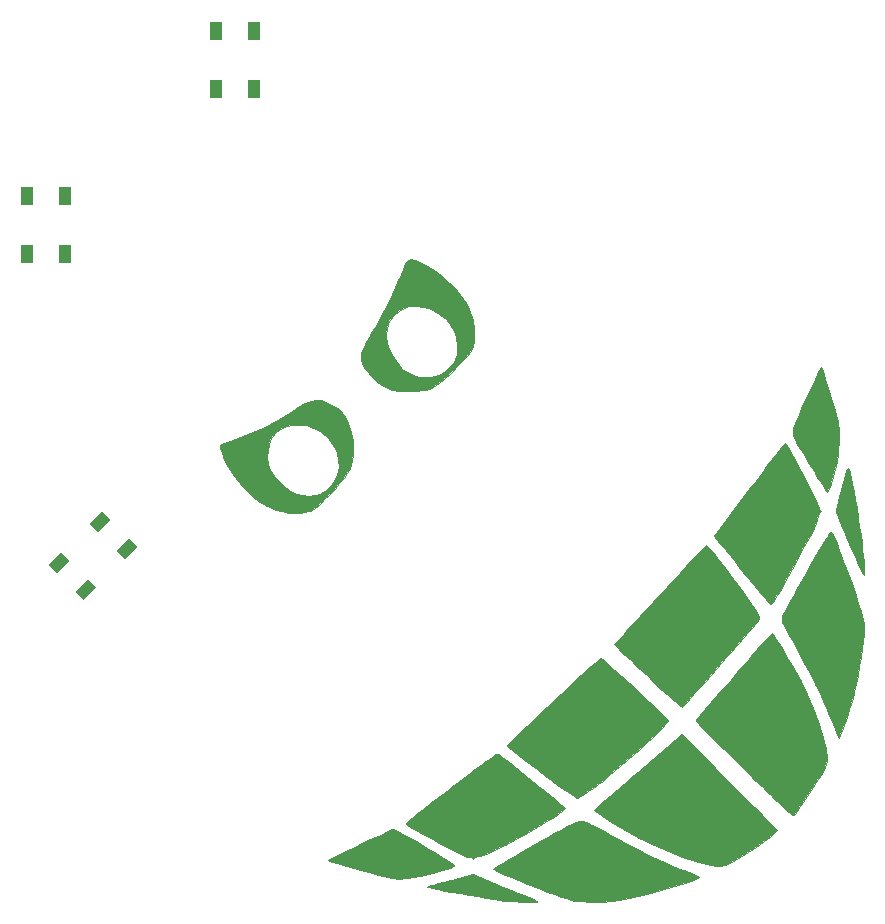
<source format=gbr>
G04 #@! TF.FileFunction,Paste,Top*
%FSLAX46Y46*%
G04 Gerber Fmt 4.6, Leading zero omitted, Abs format (unit mm)*
G04 Created by KiCad (PCBNEW 4.0.7) date 06/12/18 02:01:21*
%MOMM*%
%LPD*%
G01*
G04 APERTURE LIST*
%ADD10C,0.100000*%
%ADD11C,0.010000*%
%ADD12R,1.000000X1.500000*%
G04 APERTURE END LIST*
D10*
D11*
G36*
X47723391Y-85008006D02*
X48349765Y-85270428D01*
X48934078Y-85516826D01*
X49455813Y-85738425D01*
X49894454Y-85926449D01*
X50229483Y-86072124D01*
X50440383Y-86166675D01*
X50497334Y-86194408D01*
X50578955Y-86245889D01*
X50584294Y-86279993D01*
X50492223Y-86299954D01*
X50281614Y-86309012D01*
X49931339Y-86310403D01*
X49746000Y-86309530D01*
X49220990Y-86295296D01*
X48629505Y-86261925D01*
X48066193Y-86215345D01*
X47828773Y-86189452D01*
X47417039Y-86134195D01*
X46882134Y-86054347D01*
X46253635Y-85955028D01*
X45561117Y-85841360D01*
X44834154Y-85718462D01*
X44102322Y-85591457D01*
X43395197Y-85465465D01*
X42742353Y-85345608D01*
X42173366Y-85237005D01*
X41717811Y-85144779D01*
X41448667Y-85084730D01*
X41237000Y-85033759D01*
X41427114Y-84961084D01*
X41563138Y-84918354D01*
X41835913Y-84839996D01*
X42218437Y-84733499D01*
X42683709Y-84606351D01*
X43204729Y-84466043D01*
X43394505Y-84415413D01*
X45171781Y-83942416D01*
X47723391Y-85008006D01*
X47723391Y-85008006D01*
G37*
X47723391Y-85008006D02*
X48349765Y-85270428D01*
X48934078Y-85516826D01*
X49455813Y-85738425D01*
X49894454Y-85926449D01*
X50229483Y-86072124D01*
X50440383Y-86166675D01*
X50497334Y-86194408D01*
X50578955Y-86245889D01*
X50584294Y-86279993D01*
X50492223Y-86299954D01*
X50281614Y-86309012D01*
X49931339Y-86310403D01*
X49746000Y-86309530D01*
X49220990Y-86295296D01*
X48629505Y-86261925D01*
X48066193Y-86215345D01*
X47828773Y-86189452D01*
X47417039Y-86134195D01*
X46882134Y-86054347D01*
X46253635Y-85955028D01*
X45561117Y-85841360D01*
X44834154Y-85718462D01*
X44102322Y-85591457D01*
X43395197Y-85465465D01*
X42742353Y-85345608D01*
X42173366Y-85237005D01*
X41717811Y-85144779D01*
X41448667Y-85084730D01*
X41237000Y-85033759D01*
X41427114Y-84961084D01*
X41563138Y-84918354D01*
X41835913Y-84839996D01*
X42218437Y-84733499D01*
X42683709Y-84606351D01*
X43204729Y-84466043D01*
X43394505Y-84415413D01*
X45171781Y-83942416D01*
X47723391Y-85008006D01*
G36*
X54506183Y-79462366D02*
X54713122Y-79537908D01*
X54960929Y-79657410D01*
X55153933Y-79754942D01*
X55472563Y-79917876D01*
X55903305Y-80142320D01*
X56409482Y-80408938D01*
X56954418Y-80698396D01*
X57501435Y-80991356D01*
X57606805Y-81048098D01*
X58359314Y-81449405D01*
X59110812Y-81842131D01*
X59841271Y-82216387D01*
X60530667Y-82562286D01*
X61158974Y-82869939D01*
X61706164Y-83129460D01*
X62152212Y-83330960D01*
X62477093Y-83464552D01*
X62561384Y-83494398D01*
X63010525Y-83647899D01*
X63434209Y-83803238D01*
X63803869Y-83948820D01*
X64090939Y-84073047D01*
X64266851Y-84164321D01*
X64308667Y-84203741D01*
X64228909Y-84279858D01*
X63999261Y-84391581D01*
X63634162Y-84533653D01*
X63148051Y-84700818D01*
X62555366Y-84887820D01*
X61895667Y-85082228D01*
X60454777Y-85475629D01*
X59151857Y-85791410D01*
X57975216Y-86031169D01*
X56913165Y-86196508D01*
X55954013Y-86289028D01*
X55086072Y-86310327D01*
X54297651Y-86262008D01*
X53801758Y-86190342D01*
X53455715Y-86116627D01*
X53056945Y-86009484D01*
X52590331Y-85863537D01*
X52040757Y-85673409D01*
X51393107Y-85433726D01*
X50632264Y-85139110D01*
X49743113Y-84784187D01*
X49010101Y-84486284D01*
X48357234Y-84218247D01*
X47846616Y-84005222D01*
X47463109Y-83839757D01*
X47191571Y-83714396D01*
X47016864Y-83621687D01*
X46923846Y-83554175D01*
X46897377Y-83504407D01*
X46922318Y-83464928D01*
X46927475Y-83460948D01*
X47068996Y-83368667D01*
X47337160Y-83205191D01*
X47711135Y-82982534D01*
X48170087Y-82712710D01*
X48693181Y-82407735D01*
X49259584Y-82079623D01*
X49848461Y-81740388D01*
X50438978Y-81402045D01*
X51010302Y-81076608D01*
X51541599Y-80776092D01*
X52012034Y-80512512D01*
X52400773Y-80297881D01*
X52589051Y-80196039D01*
X53125931Y-79908909D01*
X53539350Y-79693999D01*
X53856696Y-79546601D01*
X54105359Y-79462002D01*
X54312725Y-79435494D01*
X54506183Y-79462366D01*
X54506183Y-79462366D01*
G37*
X54506183Y-79462366D02*
X54713122Y-79537908D01*
X54960929Y-79657410D01*
X55153933Y-79754942D01*
X55472563Y-79917876D01*
X55903305Y-80142320D01*
X56409482Y-80408938D01*
X56954418Y-80698396D01*
X57501435Y-80991356D01*
X57606805Y-81048098D01*
X58359314Y-81449405D01*
X59110812Y-81842131D01*
X59841271Y-82216387D01*
X60530667Y-82562286D01*
X61158974Y-82869939D01*
X61706164Y-83129460D01*
X62152212Y-83330960D01*
X62477093Y-83464552D01*
X62561384Y-83494398D01*
X63010525Y-83647899D01*
X63434209Y-83803238D01*
X63803869Y-83948820D01*
X64090939Y-84073047D01*
X64266851Y-84164321D01*
X64308667Y-84203741D01*
X64228909Y-84279858D01*
X63999261Y-84391581D01*
X63634162Y-84533653D01*
X63148051Y-84700818D01*
X62555366Y-84887820D01*
X61895667Y-85082228D01*
X60454777Y-85475629D01*
X59151857Y-85791410D01*
X57975216Y-86031169D01*
X56913165Y-86196508D01*
X55954013Y-86289028D01*
X55086072Y-86310327D01*
X54297651Y-86262008D01*
X53801758Y-86190342D01*
X53455715Y-86116627D01*
X53056945Y-86009484D01*
X52590331Y-85863537D01*
X52040757Y-85673409D01*
X51393107Y-85433726D01*
X50632264Y-85139110D01*
X49743113Y-84784187D01*
X49010101Y-84486284D01*
X48357234Y-84218247D01*
X47846616Y-84005222D01*
X47463109Y-83839757D01*
X47191571Y-83714396D01*
X47016864Y-83621687D01*
X46923846Y-83554175D01*
X46897377Y-83504407D01*
X46922318Y-83464928D01*
X46927475Y-83460948D01*
X47068996Y-83368667D01*
X47337160Y-83205191D01*
X47711135Y-82982534D01*
X48170087Y-82712710D01*
X48693181Y-82407735D01*
X49259584Y-82079623D01*
X49848461Y-81740388D01*
X50438978Y-81402045D01*
X51010302Y-81076608D01*
X51541599Y-80776092D01*
X52012034Y-80512512D01*
X52400773Y-80297881D01*
X52589051Y-80196039D01*
X53125931Y-79908909D01*
X53539350Y-79693999D01*
X53856696Y-79546601D01*
X54105359Y-79462002D01*
X54312725Y-79435494D01*
X54506183Y-79462366D01*
G36*
X38524449Y-80182874D02*
X38754376Y-80299485D01*
X39085064Y-80479149D01*
X39496195Y-80709851D01*
X39967453Y-80979574D01*
X40478522Y-81276301D01*
X41009083Y-81588017D01*
X41538821Y-81902704D01*
X42047419Y-82208346D01*
X42514559Y-82492927D01*
X42919926Y-82744431D01*
X43243202Y-82950840D01*
X43464071Y-83100139D01*
X43562216Y-83180311D01*
X43565333Y-83187161D01*
X43553809Y-83227682D01*
X43501965Y-83270238D01*
X43383899Y-83325981D01*
X43173706Y-83406063D01*
X42845481Y-83521636D01*
X42560648Y-83619674D01*
X41995978Y-83795119D01*
X41358215Y-83963551D01*
X40700537Y-84113210D01*
X40076126Y-84232336D01*
X39538163Y-84309167D01*
X39374333Y-84324324D01*
X38896989Y-84329094D01*
X38390398Y-84286455D01*
X38189000Y-84254106D01*
X37960784Y-84202884D01*
X37597561Y-84112583D01*
X37127114Y-83990742D01*
X36577225Y-83844905D01*
X35975677Y-83682612D01*
X35350250Y-83511406D01*
X34728729Y-83338828D01*
X34138894Y-83172420D01*
X33608528Y-83019723D01*
X33236000Y-82909584D01*
X32855000Y-82795061D01*
X34082667Y-82176682D01*
X34604956Y-81916186D01*
X35164436Y-81641640D01*
X35739771Y-81363065D01*
X36309630Y-81090482D01*
X36852677Y-80833913D01*
X37347579Y-80603380D01*
X37773002Y-80408903D01*
X38107612Y-80260503D01*
X38330076Y-80168203D01*
X38415599Y-80141333D01*
X38524449Y-80182874D01*
X38524449Y-80182874D01*
G37*
X38524449Y-80182874D02*
X38754376Y-80299485D01*
X39085064Y-80479149D01*
X39496195Y-80709851D01*
X39967453Y-80979574D01*
X40478522Y-81276301D01*
X41009083Y-81588017D01*
X41538821Y-81902704D01*
X42047419Y-82208346D01*
X42514559Y-82492927D01*
X42919926Y-82744431D01*
X43243202Y-82950840D01*
X43464071Y-83100139D01*
X43562216Y-83180311D01*
X43565333Y-83187161D01*
X43553809Y-83227682D01*
X43501965Y-83270238D01*
X43383899Y-83325981D01*
X43173706Y-83406063D01*
X42845481Y-83521636D01*
X42560648Y-83619674D01*
X41995978Y-83795119D01*
X41358215Y-83963551D01*
X40700537Y-84113210D01*
X40076126Y-84232336D01*
X39538163Y-84309167D01*
X39374333Y-84324324D01*
X38896989Y-84329094D01*
X38390398Y-84286455D01*
X38189000Y-84254106D01*
X37960784Y-84202884D01*
X37597561Y-84112583D01*
X37127114Y-83990742D01*
X36577225Y-83844905D01*
X35975677Y-83682612D01*
X35350250Y-83511406D01*
X34728729Y-83338828D01*
X34138894Y-83172420D01*
X33608528Y-83019723D01*
X33236000Y-82909584D01*
X32855000Y-82795061D01*
X34082667Y-82176682D01*
X34604956Y-81916186D01*
X35164436Y-81641640D01*
X35739771Y-81363065D01*
X36309630Y-81090482D01*
X36852677Y-80833913D01*
X37347579Y-80603380D01*
X37773002Y-80408903D01*
X38107612Y-80260503D01*
X38330076Y-80168203D01*
X38415599Y-80141333D01*
X38524449Y-80182874D01*
G36*
X66867816Y-76138813D02*
X67552013Y-76823583D01*
X68199671Y-77473116D01*
X68801035Y-78077540D01*
X69346349Y-78626988D01*
X69825857Y-79111590D01*
X70229802Y-79521477D01*
X70548430Y-79846780D01*
X70771984Y-80077630D01*
X70890708Y-80204158D01*
X70907793Y-80225669D01*
X70845377Y-80296049D01*
X70683128Y-80446892D01*
X70451396Y-80650367D01*
X70353438Y-80734000D01*
X69804965Y-81169035D01*
X69156710Y-81635725D01*
X68463797Y-82097323D01*
X67781348Y-82517083D01*
X67174491Y-82853129D01*
X66751623Y-83060081D01*
X66408404Y-83192191D01*
X66094982Y-83254955D01*
X65761503Y-83253870D01*
X65358116Y-83194430D01*
X64920678Y-83101599D01*
X63928805Y-82835622D01*
X62838937Y-82467595D01*
X61678002Y-82009783D01*
X60472927Y-81474450D01*
X59250643Y-80873861D01*
X58038076Y-80220280D01*
X56862156Y-79525972D01*
X56328833Y-79188445D01*
X55986710Y-78961876D01*
X55703292Y-78764697D01*
X55505464Y-78616317D01*
X55420111Y-78536143D01*
X55418667Y-78531395D01*
X55481090Y-78465350D01*
X55660795Y-78299147D01*
X55946432Y-78042757D01*
X56326652Y-77706148D01*
X56790106Y-77299291D01*
X57325445Y-76832155D01*
X57921320Y-76314709D01*
X58566381Y-75756924D01*
X59120816Y-75279234D01*
X62822965Y-72094620D01*
X66867816Y-76138813D01*
X66867816Y-76138813D01*
G37*
X66867816Y-76138813D02*
X67552013Y-76823583D01*
X68199671Y-77473116D01*
X68801035Y-78077540D01*
X69346349Y-78626988D01*
X69825857Y-79111590D01*
X70229802Y-79521477D01*
X70548430Y-79846780D01*
X70771984Y-80077630D01*
X70890708Y-80204158D01*
X70907793Y-80225669D01*
X70845377Y-80296049D01*
X70683128Y-80446892D01*
X70451396Y-80650367D01*
X70353438Y-80734000D01*
X69804965Y-81169035D01*
X69156710Y-81635725D01*
X68463797Y-82097323D01*
X67781348Y-82517083D01*
X67174491Y-82853129D01*
X66751623Y-83060081D01*
X66408404Y-83192191D01*
X66094982Y-83254955D01*
X65761503Y-83253870D01*
X65358116Y-83194430D01*
X64920678Y-83101599D01*
X63928805Y-82835622D01*
X62838937Y-82467595D01*
X61678002Y-82009783D01*
X60472927Y-81474450D01*
X59250643Y-80873861D01*
X58038076Y-80220280D01*
X56862156Y-79525972D01*
X56328833Y-79188445D01*
X55986710Y-78961876D01*
X55703292Y-78764697D01*
X55505464Y-78616317D01*
X55420111Y-78536143D01*
X55418667Y-78531395D01*
X55481090Y-78465350D01*
X55660795Y-78299147D01*
X55946432Y-78042757D01*
X56326652Y-77706148D01*
X56790106Y-77299291D01*
X57325445Y-76832155D01*
X57921320Y-76314709D01*
X58566381Y-75756924D01*
X59120816Y-75279234D01*
X62822965Y-72094620D01*
X66867816Y-76138813D01*
G36*
X47202273Y-73777982D02*
X47297294Y-73814605D01*
X47432786Y-73892833D01*
X47620893Y-74021533D01*
X47873762Y-74209575D01*
X48203538Y-74465826D01*
X48622366Y-74799157D01*
X49142393Y-75218434D01*
X49775764Y-75732529D01*
X50090724Y-75988807D01*
X50687824Y-76476004D01*
X51243248Y-76931366D01*
X51743401Y-77343589D01*
X52174690Y-77701367D01*
X52523520Y-77993397D01*
X52776298Y-78208375D01*
X52919430Y-78334997D01*
X52947110Y-78364068D01*
X52892822Y-78450379D01*
X52705788Y-78605996D01*
X52402861Y-78820896D01*
X52000896Y-79085051D01*
X51516744Y-79388437D01*
X50967262Y-79721027D01*
X50369300Y-80072797D01*
X49739714Y-80433721D01*
X49095358Y-80793773D01*
X48453083Y-81142928D01*
X47829745Y-81471160D01*
X47242197Y-81768444D01*
X47138571Y-81819345D01*
X46647246Y-82056711D01*
X46273464Y-82228213D01*
X45984209Y-82345485D01*
X45746465Y-82420163D01*
X45527217Y-82463879D01*
X45293449Y-82488270D01*
X45227486Y-82492801D01*
X44614064Y-82532168D01*
X43462577Y-81934968D01*
X43053468Y-81720065D01*
X42585273Y-81469629D01*
X42081003Y-81196441D01*
X41563668Y-80913279D01*
X41056278Y-80632923D01*
X40581845Y-80368151D01*
X40163376Y-80131742D01*
X39823884Y-79936475D01*
X39586377Y-79795129D01*
X39473867Y-79720483D01*
X39471908Y-79718705D01*
X39500223Y-79638761D01*
X39636370Y-79481915D01*
X39854903Y-79275718D01*
X39979908Y-79168701D01*
X40149715Y-79032651D01*
X40431942Y-78812563D01*
X40810311Y-78520750D01*
X41268548Y-78169525D01*
X41790376Y-77771199D01*
X42359518Y-77338084D01*
X42959697Y-76882493D01*
X43574639Y-76416737D01*
X44188066Y-75953129D01*
X44783701Y-75503981D01*
X45345270Y-75081604D01*
X45856495Y-74698312D01*
X46301100Y-74366415D01*
X46662809Y-74098226D01*
X46925346Y-73906058D01*
X47072434Y-73802221D01*
X47085058Y-73794070D01*
X47135576Y-73774093D01*
X47202273Y-73777982D01*
X47202273Y-73777982D01*
G37*
X47202273Y-73777982D02*
X47297294Y-73814605D01*
X47432786Y-73892833D01*
X47620893Y-74021533D01*
X47873762Y-74209575D01*
X48203538Y-74465826D01*
X48622366Y-74799157D01*
X49142393Y-75218434D01*
X49775764Y-75732529D01*
X50090724Y-75988807D01*
X50687824Y-76476004D01*
X51243248Y-76931366D01*
X51743401Y-77343589D01*
X52174690Y-77701367D01*
X52523520Y-77993397D01*
X52776298Y-78208375D01*
X52919430Y-78334997D01*
X52947110Y-78364068D01*
X52892822Y-78450379D01*
X52705788Y-78605996D01*
X52402861Y-78820896D01*
X52000896Y-79085051D01*
X51516744Y-79388437D01*
X50967262Y-79721027D01*
X50369300Y-80072797D01*
X49739714Y-80433721D01*
X49095358Y-80793773D01*
X48453083Y-81142928D01*
X47829745Y-81471160D01*
X47242197Y-81768444D01*
X47138571Y-81819345D01*
X46647246Y-82056711D01*
X46273464Y-82228213D01*
X45984209Y-82345485D01*
X45746465Y-82420163D01*
X45527217Y-82463879D01*
X45293449Y-82488270D01*
X45227486Y-82492801D01*
X44614064Y-82532168D01*
X43462577Y-81934968D01*
X43053468Y-81720065D01*
X42585273Y-81469629D01*
X42081003Y-81196441D01*
X41563668Y-80913279D01*
X41056278Y-80632923D01*
X40581845Y-80368151D01*
X40163376Y-80131742D01*
X39823884Y-79936475D01*
X39586377Y-79795129D01*
X39473867Y-79720483D01*
X39471908Y-79718705D01*
X39500223Y-79638761D01*
X39636370Y-79481915D01*
X39854903Y-79275718D01*
X39979908Y-79168701D01*
X40149715Y-79032651D01*
X40431942Y-78812563D01*
X40810311Y-78520750D01*
X41268548Y-78169525D01*
X41790376Y-77771199D01*
X42359518Y-77338084D01*
X42959697Y-76882493D01*
X43574639Y-76416737D01*
X44188066Y-75953129D01*
X44783701Y-75503981D01*
X45345270Y-75081604D01*
X45856495Y-74698312D01*
X46301100Y-74366415D01*
X46662809Y-74098226D01*
X46925346Y-73906058D01*
X47072434Y-73802221D01*
X47085058Y-73794070D01*
X47135576Y-73774093D01*
X47202273Y-73777982D01*
G36*
X70630719Y-63750090D02*
X70773433Y-63943091D01*
X70981173Y-64260607D01*
X71239294Y-64677732D01*
X71533152Y-65169560D01*
X71848103Y-65711185D01*
X72169501Y-66277702D01*
X72482704Y-66844204D01*
X72773065Y-67385787D01*
X72811121Y-67458320D01*
X73426452Y-68694887D01*
X73957571Y-69887567D01*
X74397281Y-71017487D01*
X74738389Y-72065775D01*
X74973701Y-73013558D01*
X75017466Y-73245781D01*
X75081428Y-73608822D01*
X75127450Y-73906274D01*
X75147711Y-74160437D01*
X75134392Y-74393613D01*
X75079670Y-74628103D01*
X74975725Y-74886208D01*
X74814736Y-75190230D01*
X74588882Y-75562468D01*
X74290343Y-76025226D01*
X73911297Y-76600804D01*
X73760896Y-76828889D01*
X73407740Y-77362087D01*
X73081283Y-77849550D01*
X72793933Y-78273176D01*
X72558100Y-78614863D01*
X72386194Y-78856507D01*
X72290622Y-78980007D01*
X72278513Y-78991423D01*
X72188055Y-78952970D01*
X71991779Y-78802843D01*
X71701392Y-78551279D01*
X71328600Y-78208512D01*
X70885110Y-77784779D01*
X70767509Y-77670273D01*
X70361350Y-77273926D01*
X69992276Y-76914692D01*
X69678639Y-76610362D01*
X69438791Y-76378722D01*
X69291085Y-76237560D01*
X69255077Y-76204333D01*
X69175688Y-76128455D01*
X68988943Y-75946027D01*
X68707718Y-75669740D01*
X68344888Y-75312288D01*
X67913326Y-74886360D01*
X67425908Y-74404649D01*
X66895509Y-73879847D01*
X66559968Y-73547554D01*
X65928611Y-72921081D01*
X65408597Y-72402197D01*
X64990118Y-71980187D01*
X64663367Y-71644336D01*
X64418535Y-71383928D01*
X64245814Y-71188248D01*
X64135397Y-71046580D01*
X64077476Y-70948208D01*
X64062242Y-70882417D01*
X64079888Y-70838491D01*
X64080117Y-70838221D01*
X64413235Y-70447653D01*
X64831816Y-69959439D01*
X65316269Y-69396222D01*
X65847000Y-68780645D01*
X66404415Y-68135351D01*
X66968923Y-67482981D01*
X67520929Y-66846180D01*
X68040841Y-66247590D01*
X68509066Y-65709853D01*
X68906010Y-65255613D01*
X69209225Y-64910744D01*
X70435518Y-63523155D01*
X70630719Y-63750090D01*
X70630719Y-63750090D01*
G37*
X70630719Y-63750090D02*
X70773433Y-63943091D01*
X70981173Y-64260607D01*
X71239294Y-64677732D01*
X71533152Y-65169560D01*
X71848103Y-65711185D01*
X72169501Y-66277702D01*
X72482704Y-66844204D01*
X72773065Y-67385787D01*
X72811121Y-67458320D01*
X73426452Y-68694887D01*
X73957571Y-69887567D01*
X74397281Y-71017487D01*
X74738389Y-72065775D01*
X74973701Y-73013558D01*
X75017466Y-73245781D01*
X75081428Y-73608822D01*
X75127450Y-73906274D01*
X75147711Y-74160437D01*
X75134392Y-74393613D01*
X75079670Y-74628103D01*
X74975725Y-74886208D01*
X74814736Y-75190230D01*
X74588882Y-75562468D01*
X74290343Y-76025226D01*
X73911297Y-76600804D01*
X73760896Y-76828889D01*
X73407740Y-77362087D01*
X73081283Y-77849550D01*
X72793933Y-78273176D01*
X72558100Y-78614863D01*
X72386194Y-78856507D01*
X72290622Y-78980007D01*
X72278513Y-78991423D01*
X72188055Y-78952970D01*
X71991779Y-78802843D01*
X71701392Y-78551279D01*
X71328600Y-78208512D01*
X70885110Y-77784779D01*
X70767509Y-77670273D01*
X70361350Y-77273926D01*
X69992276Y-76914692D01*
X69678639Y-76610362D01*
X69438791Y-76378722D01*
X69291085Y-76237560D01*
X69255077Y-76204333D01*
X69175688Y-76128455D01*
X68988943Y-75946027D01*
X68707718Y-75669740D01*
X68344888Y-75312288D01*
X67913326Y-74886360D01*
X67425908Y-74404649D01*
X66895509Y-73879847D01*
X66559968Y-73547554D01*
X65928611Y-72921081D01*
X65408597Y-72402197D01*
X64990118Y-71980187D01*
X64663367Y-71644336D01*
X64418535Y-71383928D01*
X64245814Y-71188248D01*
X64135397Y-71046580D01*
X64077476Y-70948208D01*
X64062242Y-70882417D01*
X64079888Y-70838491D01*
X64080117Y-70838221D01*
X64413235Y-70447653D01*
X64831816Y-69959439D01*
X65316269Y-69396222D01*
X65847000Y-68780645D01*
X66404415Y-68135351D01*
X66968923Y-67482981D01*
X67520929Y-66846180D01*
X68040841Y-66247590D01*
X68509066Y-65709853D01*
X68906010Y-65255613D01*
X69209225Y-64910744D01*
X70435518Y-63523155D01*
X70630719Y-63750090D01*
G36*
X56065572Y-65707332D02*
X56211625Y-65816695D01*
X56290730Y-65888721D01*
X56449588Y-66034154D01*
X56704146Y-66265606D01*
X57024291Y-66555764D01*
X57379908Y-66877312D01*
X57535333Y-67017617D01*
X58161251Y-67585230D01*
X58773809Y-68146149D01*
X59360427Y-68688428D01*
X59908525Y-69200122D01*
X60405523Y-69669283D01*
X60838841Y-70083966D01*
X61195900Y-70432225D01*
X61464120Y-70702114D01*
X61630920Y-70881687D01*
X61684000Y-70957269D01*
X61622115Y-71065982D01*
X61446367Y-71270965D01*
X61171619Y-71558472D01*
X60812734Y-71914755D01*
X60384573Y-72326070D01*
X59901998Y-72778667D01*
X59379872Y-73258802D01*
X58833057Y-73752727D01*
X58276415Y-74246695D01*
X57724809Y-74726960D01*
X57193100Y-75179776D01*
X56696151Y-75591394D01*
X56519333Y-75734294D01*
X56127857Y-76041360D01*
X55709367Y-76358026D01*
X55287912Y-76667363D01*
X54887541Y-76952443D01*
X54532302Y-77196339D01*
X54246245Y-77382120D01*
X54053419Y-77492860D01*
X53987256Y-77516667D01*
X53894808Y-77471176D01*
X53695405Y-77348028D01*
X53420441Y-77167212D01*
X53167304Y-76994570D01*
X52775168Y-76717763D01*
X52293931Y-76369525D01*
X51747646Y-75968023D01*
X51160368Y-75531430D01*
X50556151Y-75077914D01*
X49959050Y-74625645D01*
X49393117Y-74192794D01*
X48882409Y-73797531D01*
X48450979Y-73458025D01*
X48122880Y-73192446D01*
X48025347Y-73110458D01*
X48070766Y-73042476D01*
X48228293Y-72871820D01*
X48485322Y-72610353D01*
X48829243Y-72269943D01*
X49247450Y-71862454D01*
X49727335Y-71399752D01*
X50256289Y-70893702D01*
X50821705Y-70356171D01*
X51410976Y-69799023D01*
X52011493Y-69234125D01*
X52610648Y-68673342D01*
X53195835Y-68128539D01*
X53754444Y-67611582D01*
X54273869Y-67134337D01*
X54741502Y-66708669D01*
X55144734Y-66346443D01*
X55470958Y-66059526D01*
X55707567Y-65859782D01*
X55825063Y-65769909D01*
X55956560Y-65696800D01*
X56065572Y-65707332D01*
X56065572Y-65707332D01*
G37*
X56065572Y-65707332D02*
X56211625Y-65816695D01*
X56290730Y-65888721D01*
X56449588Y-66034154D01*
X56704146Y-66265606D01*
X57024291Y-66555764D01*
X57379908Y-66877312D01*
X57535333Y-67017617D01*
X58161251Y-67585230D01*
X58773809Y-68146149D01*
X59360427Y-68688428D01*
X59908525Y-69200122D01*
X60405523Y-69669283D01*
X60838841Y-70083966D01*
X61195900Y-70432225D01*
X61464120Y-70702114D01*
X61630920Y-70881687D01*
X61684000Y-70957269D01*
X61622115Y-71065982D01*
X61446367Y-71270965D01*
X61171619Y-71558472D01*
X60812734Y-71914755D01*
X60384573Y-72326070D01*
X59901998Y-72778667D01*
X59379872Y-73258802D01*
X58833057Y-73752727D01*
X58276415Y-74246695D01*
X57724809Y-74726960D01*
X57193100Y-75179776D01*
X56696151Y-75591394D01*
X56519333Y-75734294D01*
X56127857Y-76041360D01*
X55709367Y-76358026D01*
X55287912Y-76667363D01*
X54887541Y-76952443D01*
X54532302Y-77196339D01*
X54246245Y-77382120D01*
X54053419Y-77492860D01*
X53987256Y-77516667D01*
X53894808Y-77471176D01*
X53695405Y-77348028D01*
X53420441Y-77167212D01*
X53167304Y-76994570D01*
X52775168Y-76717763D01*
X52293931Y-76369525D01*
X51747646Y-75968023D01*
X51160368Y-75531430D01*
X50556151Y-75077914D01*
X49959050Y-74625645D01*
X49393117Y-74192794D01*
X48882409Y-73797531D01*
X48450979Y-73458025D01*
X48122880Y-73192446D01*
X48025347Y-73110458D01*
X48070766Y-73042476D01*
X48228293Y-72871820D01*
X48485322Y-72610353D01*
X48829243Y-72269943D01*
X49247450Y-71862454D01*
X49727335Y-71399752D01*
X50256289Y-70893702D01*
X50821705Y-70356171D01*
X51410976Y-69799023D01*
X52011493Y-69234125D01*
X52610648Y-68673342D01*
X53195835Y-68128539D01*
X53754444Y-67611582D01*
X54273869Y-67134337D01*
X54741502Y-66708669D01*
X55144734Y-66346443D01*
X55470958Y-66059526D01*
X55707567Y-65859782D01*
X55825063Y-65769909D01*
X55956560Y-65696800D01*
X56065572Y-65707332D01*
G36*
X75532292Y-55044600D02*
X75637073Y-55232120D01*
X75774726Y-55532644D01*
X75950256Y-55957291D01*
X76168669Y-56517182D01*
X76434970Y-57223435D01*
X76513936Y-57435819D01*
X76890991Y-58455318D01*
X77211835Y-59331695D01*
X77480673Y-60080018D01*
X77701710Y-60715355D01*
X77879153Y-61252772D01*
X78017208Y-61707336D01*
X78120080Y-62094114D01*
X78191975Y-62428174D01*
X78237100Y-62724582D01*
X78259660Y-62998406D01*
X78263860Y-63264712D01*
X78253907Y-63538569D01*
X78247414Y-63645836D01*
X78198383Y-64175138D01*
X78115200Y-64827453D01*
X78004910Y-65561550D01*
X77874559Y-66336199D01*
X77731195Y-67110169D01*
X77581864Y-67842227D01*
X77433611Y-68491143D01*
X77388967Y-68669000D01*
X77217932Y-69292848D01*
X77014664Y-69970598D01*
X76794904Y-70654156D01*
X76574396Y-71295430D01*
X76368879Y-71846327D01*
X76268718Y-72091548D01*
X76108894Y-72466095D01*
X75884792Y-71922214D01*
X75774589Y-71652064D01*
X75618868Y-71266713D01*
X75434603Y-70808342D01*
X75238769Y-70319128D01*
X75137779Y-70066000D01*
X74828872Y-69315487D01*
X74507535Y-68588346D01*
X74158019Y-67852702D01*
X73764580Y-67076680D01*
X73311469Y-66228402D01*
X72782941Y-65275995D01*
X72690994Y-65113000D01*
X72299475Y-64418934D01*
X71984585Y-63855573D01*
X71738948Y-63406595D01*
X71555187Y-63055680D01*
X71425923Y-62786506D01*
X71343780Y-62582751D01*
X71301380Y-62428096D01*
X71291346Y-62306219D01*
X71306300Y-62200798D01*
X71333721Y-62110275D01*
X71401188Y-61962744D01*
X71542429Y-61689496D01*
X71746980Y-61308918D01*
X72004374Y-60839396D01*
X72304147Y-60299316D01*
X72635833Y-59707064D01*
X72988967Y-59081025D01*
X73353085Y-58439585D01*
X73717719Y-57801130D01*
X74072407Y-57184047D01*
X74406681Y-56606721D01*
X74710078Y-56087537D01*
X74972131Y-55644883D01*
X75182376Y-55297142D01*
X75330347Y-55062703D01*
X75401325Y-54964093D01*
X75455378Y-54958964D01*
X75532292Y-55044600D01*
X75532292Y-55044600D01*
G37*
X75532292Y-55044600D02*
X75637073Y-55232120D01*
X75774726Y-55532644D01*
X75950256Y-55957291D01*
X76168669Y-56517182D01*
X76434970Y-57223435D01*
X76513936Y-57435819D01*
X76890991Y-58455318D01*
X77211835Y-59331695D01*
X77480673Y-60080018D01*
X77701710Y-60715355D01*
X77879153Y-61252772D01*
X78017208Y-61707336D01*
X78120080Y-62094114D01*
X78191975Y-62428174D01*
X78237100Y-62724582D01*
X78259660Y-62998406D01*
X78263860Y-63264712D01*
X78253907Y-63538569D01*
X78247414Y-63645836D01*
X78198383Y-64175138D01*
X78115200Y-64827453D01*
X78004910Y-65561550D01*
X77874559Y-66336199D01*
X77731195Y-67110169D01*
X77581864Y-67842227D01*
X77433611Y-68491143D01*
X77388967Y-68669000D01*
X77217932Y-69292848D01*
X77014664Y-69970598D01*
X76794904Y-70654156D01*
X76574396Y-71295430D01*
X76368879Y-71846327D01*
X76268718Y-72091548D01*
X76108894Y-72466095D01*
X75884792Y-71922214D01*
X75774589Y-71652064D01*
X75618868Y-71266713D01*
X75434603Y-70808342D01*
X75238769Y-70319128D01*
X75137779Y-70066000D01*
X74828872Y-69315487D01*
X74507535Y-68588346D01*
X74158019Y-67852702D01*
X73764580Y-67076680D01*
X73311469Y-66228402D01*
X72782941Y-65275995D01*
X72690994Y-65113000D01*
X72299475Y-64418934D01*
X71984585Y-63855573D01*
X71738948Y-63406595D01*
X71555187Y-63055680D01*
X71425923Y-62786506D01*
X71343780Y-62582751D01*
X71301380Y-62428096D01*
X71291346Y-62306219D01*
X71306300Y-62200798D01*
X71333721Y-62110275D01*
X71401188Y-61962744D01*
X71542429Y-61689496D01*
X71746980Y-61308918D01*
X72004374Y-60839396D01*
X72304147Y-60299316D01*
X72635833Y-59707064D01*
X72988967Y-59081025D01*
X73353085Y-58439585D01*
X73717719Y-57801130D01*
X74072407Y-57184047D01*
X74406681Y-56606721D01*
X74710078Y-56087537D01*
X74972131Y-55644883D01*
X75182376Y-55297142D01*
X75330347Y-55062703D01*
X75401325Y-54964093D01*
X75455378Y-54958964D01*
X75532292Y-55044600D01*
G36*
X64962437Y-56142676D02*
X65090398Y-56261771D01*
X65284433Y-56479147D01*
X65550696Y-56802324D01*
X65895340Y-57238823D01*
X66324517Y-57796163D01*
X66844381Y-58481865D01*
X66992325Y-58678333D01*
X67585979Y-59470613D01*
X68081873Y-60139462D01*
X68486759Y-60694680D01*
X68807391Y-61146067D01*
X69050522Y-61503424D01*
X69222906Y-61776550D01*
X69331296Y-61975246D01*
X69382445Y-62109312D01*
X69388667Y-62155807D01*
X69379996Y-62225304D01*
X69347032Y-62311660D01*
X69279342Y-62428128D01*
X69166498Y-62587959D01*
X68998068Y-62804404D01*
X68763622Y-63090715D01*
X68452729Y-63460143D01*
X68054960Y-63925940D01*
X67559883Y-64501358D01*
X67360913Y-64732000D01*
X67006066Y-65141083D01*
X66601492Y-65603999D01*
X66161175Y-66105068D01*
X65699101Y-66628605D01*
X65229252Y-67158928D01*
X64765615Y-67680355D01*
X64322173Y-68177203D01*
X63912911Y-68633790D01*
X63551813Y-69034433D01*
X63252865Y-69363449D01*
X63030049Y-69605157D01*
X62897352Y-69743872D01*
X62867946Y-69770524D01*
X62780231Y-69734660D01*
X62592980Y-69603266D01*
X62331200Y-69395547D01*
X62019892Y-69130708D01*
X61919867Y-69042353D01*
X61635641Y-68785907D01*
X61279382Y-68459417D01*
X60866880Y-68077807D01*
X60413926Y-67656003D01*
X59936312Y-67208929D01*
X59449828Y-66751510D01*
X58970267Y-66298671D01*
X58513419Y-65865336D01*
X58095076Y-65466431D01*
X57731029Y-65116881D01*
X57437070Y-64831609D01*
X57228988Y-64625542D01*
X57122577Y-64513603D01*
X57112000Y-64498291D01*
X57168041Y-64424024D01*
X57328463Y-64238778D01*
X57581714Y-63954999D01*
X57916242Y-63585131D01*
X58320495Y-63141619D01*
X58782922Y-62636909D01*
X59291969Y-62083445D01*
X59836085Y-61493673D01*
X60403718Y-60880036D01*
X60983316Y-60254980D01*
X61563327Y-59630950D01*
X62132199Y-59020391D01*
X62678380Y-58435748D01*
X63190317Y-57889466D01*
X63656460Y-57393989D01*
X64065256Y-56961762D01*
X64405153Y-56605231D01*
X64664599Y-56336841D01*
X64832042Y-56169036D01*
X64894398Y-56114343D01*
X64962437Y-56142676D01*
X64962437Y-56142676D01*
G37*
X64962437Y-56142676D02*
X65090398Y-56261771D01*
X65284433Y-56479147D01*
X65550696Y-56802324D01*
X65895340Y-57238823D01*
X66324517Y-57796163D01*
X66844381Y-58481865D01*
X66992325Y-58678333D01*
X67585979Y-59470613D01*
X68081873Y-60139462D01*
X68486759Y-60694680D01*
X68807391Y-61146067D01*
X69050522Y-61503424D01*
X69222906Y-61776550D01*
X69331296Y-61975246D01*
X69382445Y-62109312D01*
X69388667Y-62155807D01*
X69379996Y-62225304D01*
X69347032Y-62311660D01*
X69279342Y-62428128D01*
X69166498Y-62587959D01*
X68998068Y-62804404D01*
X68763622Y-63090715D01*
X68452729Y-63460143D01*
X68054960Y-63925940D01*
X67559883Y-64501358D01*
X67360913Y-64732000D01*
X67006066Y-65141083D01*
X66601492Y-65603999D01*
X66161175Y-66105068D01*
X65699101Y-66628605D01*
X65229252Y-67158928D01*
X64765615Y-67680355D01*
X64322173Y-68177203D01*
X63912911Y-68633790D01*
X63551813Y-69034433D01*
X63252865Y-69363449D01*
X63030049Y-69605157D01*
X62897352Y-69743872D01*
X62867946Y-69770524D01*
X62780231Y-69734660D01*
X62592980Y-69603266D01*
X62331200Y-69395547D01*
X62019892Y-69130708D01*
X61919867Y-69042353D01*
X61635641Y-68785907D01*
X61279382Y-68459417D01*
X60866880Y-68077807D01*
X60413926Y-67656003D01*
X59936312Y-67208929D01*
X59449828Y-66751510D01*
X58970267Y-66298671D01*
X58513419Y-65865336D01*
X58095076Y-65466431D01*
X57731029Y-65116881D01*
X57437070Y-64831609D01*
X57228988Y-64625542D01*
X57122577Y-64513603D01*
X57112000Y-64498291D01*
X57168041Y-64424024D01*
X57328463Y-64238778D01*
X57581714Y-63954999D01*
X57916242Y-63585131D01*
X58320495Y-63141619D01*
X58782922Y-62636909D01*
X59291969Y-62083445D01*
X59836085Y-61493673D01*
X60403718Y-60880036D01*
X60983316Y-60254980D01*
X61563327Y-59630950D01*
X62132199Y-59020391D01*
X62678380Y-58435748D01*
X63190317Y-57889466D01*
X63656460Y-57393989D01*
X64065256Y-56961762D01*
X64405153Y-56605231D01*
X64664599Y-56336841D01*
X64832042Y-56169036D01*
X64894398Y-56114343D01*
X64962437Y-56142676D01*
G36*
X71670939Y-47546960D02*
X71806845Y-47781814D01*
X71996977Y-48122930D01*
X72229600Y-48548211D01*
X72492983Y-49035560D01*
X72775392Y-49562878D01*
X73065095Y-50108067D01*
X73350357Y-50649030D01*
X73619447Y-51163668D01*
X73860632Y-51629884D01*
X74062177Y-52025579D01*
X74212351Y-52328657D01*
X74299420Y-52517018D01*
X74308615Y-52540000D01*
X74382614Y-52748989D01*
X74434864Y-52944724D01*
X74460064Y-53141353D01*
X74452916Y-53353024D01*
X74408118Y-53593889D01*
X74320370Y-53878095D01*
X74184374Y-54219792D01*
X73994828Y-54633129D01*
X73746432Y-55132255D01*
X73433887Y-55731320D01*
X73051893Y-56444472D01*
X72595149Y-57285861D01*
X72389875Y-57662333D01*
X71889433Y-58575654D01*
X71464860Y-59342031D01*
X71114169Y-59964896D01*
X70835375Y-60447679D01*
X70626491Y-60793811D01*
X70485532Y-61006724D01*
X70410510Y-61089846D01*
X70404702Y-61091333D01*
X70302632Y-61044897D01*
X70218321Y-60985500D01*
X70159617Y-60926776D01*
X70045191Y-60797798D01*
X69869688Y-60592068D01*
X69627756Y-60303089D01*
X69314039Y-59924366D01*
X68923184Y-59449401D01*
X68449837Y-58871698D01*
X67888642Y-58184761D01*
X67234247Y-57382092D01*
X66481298Y-56457196D01*
X66097217Y-55985031D01*
X65559397Y-55323729D01*
X68550933Y-51351166D01*
X69093248Y-50633313D01*
X69605869Y-49959226D01*
X70079735Y-49340524D01*
X70505783Y-48788827D01*
X70874950Y-48315755D01*
X71178174Y-47932927D01*
X71406392Y-47651964D01*
X71550541Y-47484484D01*
X71600992Y-47440468D01*
X71670939Y-47546960D01*
X71670939Y-47546960D01*
G37*
X71670939Y-47546960D02*
X71806845Y-47781814D01*
X71996977Y-48122930D01*
X72229600Y-48548211D01*
X72492983Y-49035560D01*
X72775392Y-49562878D01*
X73065095Y-50108067D01*
X73350357Y-50649030D01*
X73619447Y-51163668D01*
X73860632Y-51629884D01*
X74062177Y-52025579D01*
X74212351Y-52328657D01*
X74299420Y-52517018D01*
X74308615Y-52540000D01*
X74382614Y-52748989D01*
X74434864Y-52944724D01*
X74460064Y-53141353D01*
X74452916Y-53353024D01*
X74408118Y-53593889D01*
X74320370Y-53878095D01*
X74184374Y-54219792D01*
X73994828Y-54633129D01*
X73746432Y-55132255D01*
X73433887Y-55731320D01*
X73051893Y-56444472D01*
X72595149Y-57285861D01*
X72389875Y-57662333D01*
X71889433Y-58575654D01*
X71464860Y-59342031D01*
X71114169Y-59964896D01*
X70835375Y-60447679D01*
X70626491Y-60793811D01*
X70485532Y-61006724D01*
X70410510Y-61089846D01*
X70404702Y-61091333D01*
X70302632Y-61044897D01*
X70218321Y-60985500D01*
X70159617Y-60926776D01*
X70045191Y-60797798D01*
X69869688Y-60592068D01*
X69627756Y-60303089D01*
X69314039Y-59924366D01*
X68923184Y-59449401D01*
X68449837Y-58871698D01*
X67888642Y-58184761D01*
X67234247Y-57382092D01*
X66481298Y-56457196D01*
X66097217Y-55985031D01*
X65559397Y-55323729D01*
X68550933Y-51351166D01*
X69093248Y-50633313D01*
X69605869Y-49959226D01*
X70079735Y-49340524D01*
X70505783Y-48788827D01*
X70874950Y-48315755D01*
X71178174Y-47932927D01*
X71406392Y-47651964D01*
X71550541Y-47484484D01*
X71600992Y-47440468D01*
X71670939Y-47546960D01*
G36*
X76927571Y-49551312D02*
X76987520Y-49684990D01*
X77066955Y-49967684D01*
X77162425Y-50380637D01*
X77270481Y-50905091D01*
X77387673Y-51522290D01*
X77510551Y-52213476D01*
X77635665Y-52959894D01*
X77759564Y-53742784D01*
X77878799Y-54543392D01*
X77982050Y-55284233D01*
X78056793Y-55869585D01*
X78124482Y-56455262D01*
X78183079Y-57017330D01*
X78230547Y-57531857D01*
X78264847Y-57974911D01*
X78283942Y-58322560D01*
X78285794Y-58550871D01*
X78268364Y-58635912D01*
X78267454Y-58636000D01*
X78204490Y-58570945D01*
X78098004Y-58411215D01*
X78079177Y-58379814D01*
X77991598Y-58210186D01*
X77854579Y-57918437D01*
X77677994Y-57527751D01*
X77471715Y-57061311D01*
X77245615Y-56542301D01*
X77009569Y-55993905D01*
X76773449Y-55439308D01*
X76547130Y-54901692D01*
X76340483Y-54404242D01*
X76163383Y-53970141D01*
X76025703Y-53622574D01*
X75937317Y-53384724D01*
X75908000Y-53281629D01*
X75928659Y-53105381D01*
X75985714Y-52815516D01*
X76071781Y-52439047D01*
X76179478Y-52002987D01*
X76301422Y-51534348D01*
X76430230Y-51060143D01*
X76558518Y-50607384D01*
X76678903Y-50203085D01*
X76784002Y-49874256D01*
X76866433Y-49647912D01*
X76918811Y-49551065D01*
X76927571Y-49551312D01*
X76927571Y-49551312D01*
G37*
X76927571Y-49551312D02*
X76987520Y-49684990D01*
X77066955Y-49967684D01*
X77162425Y-50380637D01*
X77270481Y-50905091D01*
X77387673Y-51522290D01*
X77510551Y-52213476D01*
X77635665Y-52959894D01*
X77759564Y-53742784D01*
X77878799Y-54543392D01*
X77982050Y-55284233D01*
X78056793Y-55869585D01*
X78124482Y-56455262D01*
X78183079Y-57017330D01*
X78230547Y-57531857D01*
X78264847Y-57974911D01*
X78283942Y-58322560D01*
X78285794Y-58550871D01*
X78268364Y-58635912D01*
X78267454Y-58636000D01*
X78204490Y-58570945D01*
X78098004Y-58411215D01*
X78079177Y-58379814D01*
X77991598Y-58210186D01*
X77854579Y-57918437D01*
X77677994Y-57527751D01*
X77471715Y-57061311D01*
X77245615Y-56542301D01*
X77009569Y-55993905D01*
X76773449Y-55439308D01*
X76547130Y-54901692D01*
X76340483Y-54404242D01*
X76163383Y-53970141D01*
X76025703Y-53622574D01*
X75937317Y-53384724D01*
X75908000Y-53281629D01*
X75928659Y-53105381D01*
X75985714Y-52815516D01*
X76071781Y-52439047D01*
X76179478Y-52002987D01*
X76301422Y-51534348D01*
X76430230Y-51060143D01*
X76558518Y-50607384D01*
X76678903Y-50203085D01*
X76784002Y-49874256D01*
X76866433Y-49647912D01*
X76918811Y-49551065D01*
X76927571Y-49551312D01*
G36*
X32176130Y-43847976D02*
X32533890Y-43923473D01*
X32646451Y-43953984D01*
X33251318Y-44208594D01*
X33778707Y-44603199D01*
X34221242Y-45123654D01*
X34571548Y-45755812D01*
X34822246Y-46485528D01*
X34965961Y-47298655D01*
X34995317Y-48181047D01*
X34982381Y-48433667D01*
X34938216Y-48882841D01*
X34866828Y-49232140D01*
X34751724Y-49550679D01*
X34678020Y-49709040D01*
X34493661Y-50016572D01*
X34211199Y-50402815D01*
X33854666Y-50842010D01*
X33448093Y-51308397D01*
X33015511Y-51776218D01*
X32580951Y-52219714D01*
X32168444Y-52613127D01*
X31802021Y-52930697D01*
X31505713Y-53146665D01*
X31431221Y-53189285D01*
X31225147Y-53252508D01*
X30899257Y-53305299D01*
X30502924Y-53344196D01*
X30085523Y-53365735D01*
X29696426Y-53366453D01*
X29385008Y-53342888D01*
X29341333Y-53335858D01*
X28495482Y-53122019D01*
X27705018Y-52788941D01*
X26947477Y-52323566D01*
X26200393Y-51712836D01*
X25694858Y-51216187D01*
X24976623Y-50367089D01*
X24395047Y-49469130D01*
X23993258Y-48608473D01*
X27700258Y-48608473D01*
X27776870Y-49202815D01*
X28005732Y-49770410D01*
X28393294Y-50331268D01*
X28609850Y-50574826D01*
X29154096Y-51104846D01*
X29658761Y-51492091D01*
X30150081Y-51749805D01*
X30654293Y-51891233D01*
X31197632Y-51929618D01*
X31288667Y-51927133D01*
X31795066Y-51877033D01*
X32196238Y-51763952D01*
X32313121Y-51711776D01*
X32618499Y-51528443D01*
X32924220Y-51293647D01*
X33019917Y-51205101D01*
X33411102Y-50702304D01*
X33663858Y-50128154D01*
X33779558Y-49506843D01*
X33759575Y-48862566D01*
X33605282Y-48219516D01*
X33318051Y-47601886D01*
X32899257Y-47033870D01*
X32775855Y-46904145D01*
X32238044Y-46466626D01*
X31637276Y-46150361D01*
X30999830Y-45957069D01*
X30351984Y-45888469D01*
X29720016Y-45946280D01*
X29130206Y-46132221D01*
X28608832Y-46448010D01*
X28417311Y-46619048D01*
X28167179Y-46909039D01*
X27986245Y-47227788D01*
X27849206Y-47627960D01*
X27769446Y-47967373D01*
X27700258Y-48608473D01*
X23993258Y-48608473D01*
X23963143Y-48543966D01*
X23806329Y-48074296D01*
X23749489Y-47880823D01*
X23724128Y-47741243D01*
X23751659Y-47637127D01*
X23853494Y-47550049D01*
X24051046Y-47461583D01*
X24365728Y-47353302D01*
X24811667Y-47209140D01*
X26147462Y-46727645D01*
X27403373Y-46169510D01*
X28633193Y-45508653D01*
X29737662Y-44820693D01*
X30317293Y-44447589D01*
X30790710Y-44169882D01*
X31185609Y-43979318D01*
X31529683Y-43867647D01*
X31850625Y-43826617D01*
X32176130Y-43847976D01*
X32176130Y-43847976D01*
G37*
X32176130Y-43847976D02*
X32533890Y-43923473D01*
X32646451Y-43953984D01*
X33251318Y-44208594D01*
X33778707Y-44603199D01*
X34221242Y-45123654D01*
X34571548Y-45755812D01*
X34822246Y-46485528D01*
X34965961Y-47298655D01*
X34995317Y-48181047D01*
X34982381Y-48433667D01*
X34938216Y-48882841D01*
X34866828Y-49232140D01*
X34751724Y-49550679D01*
X34678020Y-49709040D01*
X34493661Y-50016572D01*
X34211199Y-50402815D01*
X33854666Y-50842010D01*
X33448093Y-51308397D01*
X33015511Y-51776218D01*
X32580951Y-52219714D01*
X32168444Y-52613127D01*
X31802021Y-52930697D01*
X31505713Y-53146665D01*
X31431221Y-53189285D01*
X31225147Y-53252508D01*
X30899257Y-53305299D01*
X30502924Y-53344196D01*
X30085523Y-53365735D01*
X29696426Y-53366453D01*
X29385008Y-53342888D01*
X29341333Y-53335858D01*
X28495482Y-53122019D01*
X27705018Y-52788941D01*
X26947477Y-52323566D01*
X26200393Y-51712836D01*
X25694858Y-51216187D01*
X24976623Y-50367089D01*
X24395047Y-49469130D01*
X23993258Y-48608473D01*
X27700258Y-48608473D01*
X27776870Y-49202815D01*
X28005732Y-49770410D01*
X28393294Y-50331268D01*
X28609850Y-50574826D01*
X29154096Y-51104846D01*
X29658761Y-51492091D01*
X30150081Y-51749805D01*
X30654293Y-51891233D01*
X31197632Y-51929618D01*
X31288667Y-51927133D01*
X31795066Y-51877033D01*
X32196238Y-51763952D01*
X32313121Y-51711776D01*
X32618499Y-51528443D01*
X32924220Y-51293647D01*
X33019917Y-51205101D01*
X33411102Y-50702304D01*
X33663858Y-50128154D01*
X33779558Y-49506843D01*
X33759575Y-48862566D01*
X33605282Y-48219516D01*
X33318051Y-47601886D01*
X32899257Y-47033870D01*
X32775855Y-46904145D01*
X32238044Y-46466626D01*
X31637276Y-46150361D01*
X30999830Y-45957069D01*
X30351984Y-45888469D01*
X29720016Y-45946280D01*
X29130206Y-46132221D01*
X28608832Y-46448010D01*
X28417311Y-46619048D01*
X28167179Y-46909039D01*
X27986245Y-47227788D01*
X27849206Y-47627960D01*
X27769446Y-47967373D01*
X27700258Y-48608473D01*
X23993258Y-48608473D01*
X23963143Y-48543966D01*
X23806329Y-48074296D01*
X23749489Y-47880823D01*
X23724128Y-47741243D01*
X23751659Y-47637127D01*
X23853494Y-47550049D01*
X24051046Y-47461583D01*
X24365728Y-47353302D01*
X24811667Y-47209140D01*
X26147462Y-46727645D01*
X27403373Y-46169510D01*
X28633193Y-45508653D01*
X29737662Y-44820693D01*
X30317293Y-44447589D01*
X30790710Y-44169882D01*
X31185609Y-43979318D01*
X31529683Y-43867647D01*
X31850625Y-43826617D01*
X32176130Y-43847976D01*
G36*
X74682062Y-41102853D02*
X74759470Y-41318093D01*
X74869322Y-41647159D01*
X75004072Y-42065702D01*
X75156172Y-42549372D01*
X75318075Y-43073822D01*
X75482235Y-43614703D01*
X75641105Y-44147665D01*
X75787138Y-44648359D01*
X75912786Y-45092437D01*
X75969738Y-45301000D01*
X76052085Y-45625674D01*
X76106993Y-45905075D01*
X76138257Y-46184985D01*
X76149672Y-46511188D01*
X76145030Y-46929468D01*
X76134613Y-47290667D01*
X76104972Y-47921383D01*
X76056852Y-48441525D01*
X75983053Y-48909477D01*
X75876675Y-49382441D01*
X75745229Y-49879883D01*
X75607543Y-50361421D01*
X75472446Y-50800096D01*
X75348766Y-51168946D01*
X75245329Y-51441012D01*
X75170965Y-51589332D01*
X75147728Y-51608667D01*
X75088420Y-51539429D01*
X74955175Y-51345277D01*
X74761085Y-51046552D01*
X74519247Y-50663595D01*
X74242753Y-50216748D01*
X74079446Y-49949129D01*
X73624499Y-49198642D01*
X73250449Y-48578069D01*
X72949287Y-48073209D01*
X72713000Y-47669863D01*
X72533578Y-47353829D01*
X72403010Y-47110906D01*
X72313286Y-46926894D01*
X72256395Y-46787593D01*
X72224327Y-46678800D01*
X72218338Y-46649933D01*
X72213381Y-46462406D01*
X72266846Y-46211667D01*
X72387366Y-45865127D01*
X72500004Y-45586785D01*
X72646411Y-45246018D01*
X72833660Y-44823963D01*
X73051260Y-44342933D01*
X73288719Y-43825240D01*
X73535546Y-43293196D01*
X73781249Y-42769113D01*
X74015336Y-42275303D01*
X74227317Y-41834079D01*
X74406700Y-41467752D01*
X74542994Y-41198634D01*
X74625706Y-41049039D01*
X74644645Y-41025788D01*
X74682062Y-41102853D01*
X74682062Y-41102853D01*
G37*
X74682062Y-41102853D02*
X74759470Y-41318093D01*
X74869322Y-41647159D01*
X75004072Y-42065702D01*
X75156172Y-42549372D01*
X75318075Y-43073822D01*
X75482235Y-43614703D01*
X75641105Y-44147665D01*
X75787138Y-44648359D01*
X75912786Y-45092437D01*
X75969738Y-45301000D01*
X76052085Y-45625674D01*
X76106993Y-45905075D01*
X76138257Y-46184985D01*
X76149672Y-46511188D01*
X76145030Y-46929468D01*
X76134613Y-47290667D01*
X76104972Y-47921383D01*
X76056852Y-48441525D01*
X75983053Y-48909477D01*
X75876675Y-49382441D01*
X75745229Y-49879883D01*
X75607543Y-50361421D01*
X75472446Y-50800096D01*
X75348766Y-51168946D01*
X75245329Y-51441012D01*
X75170965Y-51589332D01*
X75147728Y-51608667D01*
X75088420Y-51539429D01*
X74955175Y-51345277D01*
X74761085Y-51046552D01*
X74519247Y-50663595D01*
X74242753Y-50216748D01*
X74079446Y-49949129D01*
X73624499Y-49198642D01*
X73250449Y-48578069D01*
X72949287Y-48073209D01*
X72713000Y-47669863D01*
X72533578Y-47353829D01*
X72403010Y-47110906D01*
X72313286Y-46926894D01*
X72256395Y-46787593D01*
X72224327Y-46678800D01*
X72218338Y-46649933D01*
X72213381Y-46462406D01*
X72266846Y-46211667D01*
X72387366Y-45865127D01*
X72500004Y-45586785D01*
X72646411Y-45246018D01*
X72833660Y-44823963D01*
X73051260Y-44342933D01*
X73288719Y-43825240D01*
X73535546Y-43293196D01*
X73781249Y-42769113D01*
X74015336Y-42275303D01*
X74227317Y-41834079D01*
X74406700Y-41467752D01*
X74542994Y-41198634D01*
X74625706Y-41049039D01*
X74644645Y-41025788D01*
X74682062Y-41102853D01*
G36*
X40124551Y-31950262D02*
X40464702Y-32072567D01*
X40918504Y-32276262D01*
X41152840Y-32389582D01*
X41560773Y-32599240D01*
X41895322Y-32799078D01*
X42205161Y-33023953D01*
X42538964Y-33308724D01*
X42882471Y-33628260D01*
X43602140Y-34355031D01*
X44176718Y-35036443D01*
X44616717Y-35693933D01*
X44932647Y-36348937D01*
X45135021Y-37022893D01*
X45234350Y-37737237D01*
X45243917Y-38444162D01*
X45219213Y-38856023D01*
X45166861Y-39197370D01*
X45070383Y-39497612D01*
X44913301Y-39786158D01*
X44679136Y-40092417D01*
X44351412Y-40445797D01*
X43913648Y-40875707D01*
X43844288Y-40942104D01*
X43270832Y-41487417D01*
X42796637Y-41926498D01*
X42399555Y-42271154D01*
X42057437Y-42533192D01*
X41748133Y-42724418D01*
X41449493Y-42856639D01*
X41139369Y-42941662D01*
X40795611Y-42991294D01*
X40396070Y-43017340D01*
X39924667Y-43031466D01*
X39402407Y-43041118D01*
X39014371Y-43039961D01*
X38725645Y-43025306D01*
X38501315Y-42994465D01*
X38306466Y-42944752D01*
X38165592Y-42896047D01*
X37695757Y-42694436D01*
X37280916Y-42449376D01*
X36863401Y-42123529D01*
X36589639Y-41875611D01*
X36155625Y-41392247D01*
X35857891Y-40894467D01*
X35708146Y-40404154D01*
X35692160Y-40198151D01*
X35714651Y-39941084D01*
X35789070Y-39648105D01*
X35924153Y-39300018D01*
X36128637Y-38877626D01*
X36411256Y-38361733D01*
X36428327Y-38332691D01*
X37792343Y-38332691D01*
X37894316Y-39011054D01*
X37971975Y-39273564D01*
X38280327Y-39995801D01*
X38687832Y-40630988D01*
X39175817Y-41158594D01*
X39725611Y-41558093D01*
X40263333Y-41792826D01*
X40614850Y-41854463D01*
X41062239Y-41869572D01*
X41539503Y-41841341D01*
X41980641Y-41772955D01*
X42248863Y-41696943D01*
X42729376Y-41439556D01*
X43173876Y-41058517D01*
X43533975Y-40599053D01*
X43652611Y-40384939D01*
X43741822Y-40179323D01*
X43793888Y-39982869D01*
X43814920Y-39745599D01*
X43811025Y-39417536D01*
X43800295Y-39176756D01*
X43743040Y-38582578D01*
X43622994Y-38100774D01*
X43417384Y-37679179D01*
X43103437Y-37265630D01*
X42846939Y-36992952D01*
X42261392Y-36493956D01*
X41639027Y-36128930D01*
X40999290Y-35901790D01*
X40361624Y-35816450D01*
X39745473Y-35876824D01*
X39170283Y-36086828D01*
X38960615Y-36210558D01*
X38434588Y-36644754D01*
X38063712Y-37145721D01*
X37849219Y-37709640D01*
X37792343Y-38332691D01*
X36428327Y-38332691D01*
X36780747Y-37733143D01*
X36914739Y-37511667D01*
X37401081Y-36692155D01*
X37810965Y-35951778D01*
X38171530Y-35235728D01*
X38509917Y-34489197D01*
X38853267Y-33657375D01*
X38969098Y-33363000D01*
X39141458Y-32933951D01*
X39304382Y-32552191D01*
X39443293Y-32250201D01*
X39543613Y-32060464D01*
X39571059Y-32021697D01*
X39699224Y-31929826D01*
X39876556Y-31904348D01*
X40124551Y-31950262D01*
X40124551Y-31950262D01*
G37*
X40124551Y-31950262D02*
X40464702Y-32072567D01*
X40918504Y-32276262D01*
X41152840Y-32389582D01*
X41560773Y-32599240D01*
X41895322Y-32799078D01*
X42205161Y-33023953D01*
X42538964Y-33308724D01*
X42882471Y-33628260D01*
X43602140Y-34355031D01*
X44176718Y-35036443D01*
X44616717Y-35693933D01*
X44932647Y-36348937D01*
X45135021Y-37022893D01*
X45234350Y-37737237D01*
X45243917Y-38444162D01*
X45219213Y-38856023D01*
X45166861Y-39197370D01*
X45070383Y-39497612D01*
X44913301Y-39786158D01*
X44679136Y-40092417D01*
X44351412Y-40445797D01*
X43913648Y-40875707D01*
X43844288Y-40942104D01*
X43270832Y-41487417D01*
X42796637Y-41926498D01*
X42399555Y-42271154D01*
X42057437Y-42533192D01*
X41748133Y-42724418D01*
X41449493Y-42856639D01*
X41139369Y-42941662D01*
X40795611Y-42991294D01*
X40396070Y-43017340D01*
X39924667Y-43031466D01*
X39402407Y-43041118D01*
X39014371Y-43039961D01*
X38725645Y-43025306D01*
X38501315Y-42994465D01*
X38306466Y-42944752D01*
X38165592Y-42896047D01*
X37695757Y-42694436D01*
X37280916Y-42449376D01*
X36863401Y-42123529D01*
X36589639Y-41875611D01*
X36155625Y-41392247D01*
X35857891Y-40894467D01*
X35708146Y-40404154D01*
X35692160Y-40198151D01*
X35714651Y-39941084D01*
X35789070Y-39648105D01*
X35924153Y-39300018D01*
X36128637Y-38877626D01*
X36411256Y-38361733D01*
X36428327Y-38332691D01*
X37792343Y-38332691D01*
X37894316Y-39011054D01*
X37971975Y-39273564D01*
X38280327Y-39995801D01*
X38687832Y-40630988D01*
X39175817Y-41158594D01*
X39725611Y-41558093D01*
X40263333Y-41792826D01*
X40614850Y-41854463D01*
X41062239Y-41869572D01*
X41539503Y-41841341D01*
X41980641Y-41772955D01*
X42248863Y-41696943D01*
X42729376Y-41439556D01*
X43173876Y-41058517D01*
X43533975Y-40599053D01*
X43652611Y-40384939D01*
X43741822Y-40179323D01*
X43793888Y-39982869D01*
X43814920Y-39745599D01*
X43811025Y-39417536D01*
X43800295Y-39176756D01*
X43743040Y-38582578D01*
X43622994Y-38100774D01*
X43417384Y-37679179D01*
X43103437Y-37265630D01*
X42846939Y-36992952D01*
X42261392Y-36493956D01*
X41639027Y-36128930D01*
X40999290Y-35901790D01*
X40361624Y-35816450D01*
X39745473Y-35876824D01*
X39170283Y-36086828D01*
X38960615Y-36210558D01*
X38434588Y-36644754D01*
X38063712Y-37145721D01*
X37849219Y-37709640D01*
X37792343Y-38332691D01*
X36428327Y-38332691D01*
X36780747Y-37733143D01*
X36914739Y-37511667D01*
X37401081Y-36692155D01*
X37810965Y-35951778D01*
X38171530Y-35235728D01*
X38509917Y-34489197D01*
X38853267Y-33657375D01*
X38969098Y-33363000D01*
X39141458Y-32933951D01*
X39304382Y-32552191D01*
X39443293Y-32250201D01*
X39543613Y-32060464D01*
X39571059Y-32021697D01*
X39699224Y-31929826D01*
X39876556Y-31904348D01*
X40124551Y-31950262D01*
D12*
X26600000Y-12550000D03*
X23400000Y-12550000D03*
X26600000Y-17450000D03*
X23400000Y-17450000D03*
D10*
G36*
X15687005Y-57282842D02*
X14979899Y-56575736D01*
X16040559Y-55515076D01*
X16747665Y-56222182D01*
X15687005Y-57282842D01*
X15687005Y-57282842D01*
G37*
G36*
X13424264Y-55020101D02*
X12717158Y-54312995D01*
X13777818Y-53252335D01*
X14484924Y-53959441D01*
X13424264Y-55020101D01*
X13424264Y-55020101D01*
G37*
G36*
X12222182Y-60747665D02*
X11515076Y-60040559D01*
X12575736Y-58979899D01*
X13282842Y-59687005D01*
X12222182Y-60747665D01*
X12222182Y-60747665D01*
G37*
G36*
X9959441Y-58484924D02*
X9252335Y-57777818D01*
X10312995Y-56717158D01*
X11020101Y-57424264D01*
X9959441Y-58484924D01*
X9959441Y-58484924D01*
G37*
D12*
X10600000Y-26550000D03*
X7400000Y-26550000D03*
X10600000Y-31450000D03*
X7400000Y-31450000D03*
D10*
G36*
X48687005Y-79282842D02*
X47979899Y-78575736D01*
X49040559Y-77515076D01*
X49747665Y-78222182D01*
X48687005Y-79282842D01*
X48687005Y-79282842D01*
G37*
G36*
X46424264Y-77020101D02*
X45717158Y-76312995D01*
X46777818Y-75252335D01*
X47484924Y-75959441D01*
X46424264Y-77020101D01*
X46424264Y-77020101D01*
G37*
G36*
X45222182Y-82747665D02*
X44515076Y-82040559D01*
X45575736Y-80979899D01*
X46282842Y-81687005D01*
X45222182Y-82747665D01*
X45222182Y-82747665D01*
G37*
G36*
X42959441Y-80484924D02*
X42252335Y-79777818D01*
X43312995Y-78717158D01*
X44020101Y-79424264D01*
X42959441Y-80484924D01*
X42959441Y-80484924D01*
G37*
G36*
X57687005Y-72282842D02*
X56979899Y-71575736D01*
X58040559Y-70515076D01*
X58747665Y-71222182D01*
X57687005Y-72282842D01*
X57687005Y-72282842D01*
G37*
G36*
X55424264Y-70020101D02*
X54717158Y-69312995D01*
X55777818Y-68252335D01*
X56484924Y-68959441D01*
X55424264Y-70020101D01*
X55424264Y-70020101D01*
G37*
G36*
X54222182Y-75747665D02*
X53515076Y-75040559D01*
X54575736Y-73979899D01*
X55282842Y-74687005D01*
X54222182Y-75747665D01*
X54222182Y-75747665D01*
G37*
G36*
X51959441Y-73484924D02*
X51252335Y-72777818D01*
X52312995Y-71717158D01*
X53020101Y-72424264D01*
X51959441Y-73484924D01*
X51959441Y-73484924D01*
G37*
G36*
X66687005Y-63282842D02*
X65979899Y-62575736D01*
X67040559Y-61515076D01*
X67747665Y-62222182D01*
X66687005Y-63282842D01*
X66687005Y-63282842D01*
G37*
G36*
X64424264Y-61020101D02*
X63717158Y-60312995D01*
X64777818Y-59252335D01*
X65484924Y-59959441D01*
X64424264Y-61020101D01*
X64424264Y-61020101D01*
G37*
G36*
X63222182Y-66747665D02*
X62515076Y-66040559D01*
X63575736Y-64979899D01*
X64282842Y-65687005D01*
X63222182Y-66747665D01*
X63222182Y-66747665D01*
G37*
G36*
X60959441Y-64484924D02*
X60252335Y-63777818D01*
X61312995Y-62717158D01*
X62020101Y-63424264D01*
X60959441Y-64484924D01*
X60959441Y-64484924D01*
G37*
G36*
X73687005Y-54282842D02*
X72979899Y-53575736D01*
X74040559Y-52515076D01*
X74747665Y-53222182D01*
X73687005Y-54282842D01*
X73687005Y-54282842D01*
G37*
G36*
X71424264Y-52020101D02*
X70717158Y-51312995D01*
X71777818Y-50252335D01*
X72484924Y-50959441D01*
X71424264Y-52020101D01*
X71424264Y-52020101D01*
G37*
G36*
X70222182Y-57747665D02*
X69515076Y-57040559D01*
X70575736Y-55979899D01*
X71282842Y-56687005D01*
X70222182Y-57747665D01*
X70222182Y-57747665D01*
G37*
G36*
X67959441Y-55484924D02*
X67252335Y-54777818D01*
X68312995Y-53717158D01*
X69020101Y-54424264D01*
X67959441Y-55484924D01*
X67959441Y-55484924D01*
G37*
M02*

</source>
